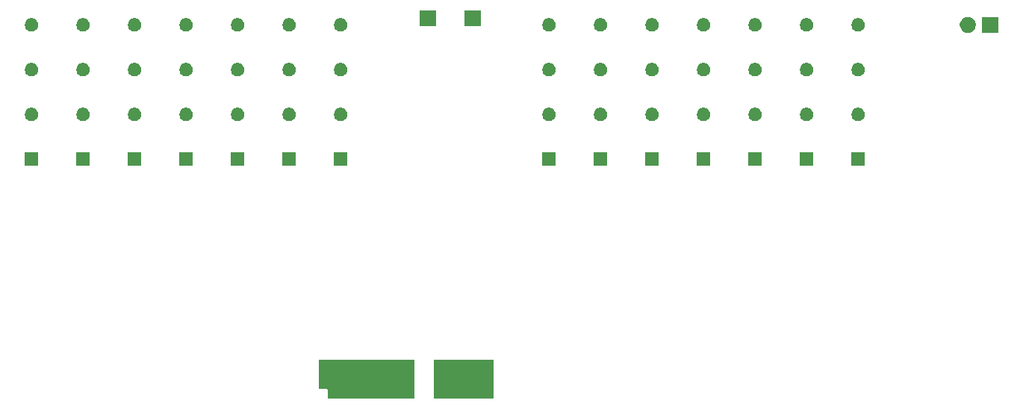
<source format=gbr>
G04 #@! TF.GenerationSoftware,KiCad,Pcbnew,(5.1.5)-3*
G04 #@! TF.CreationDate,2020-01-31T09:50:25-08:00*
G04 #@! TF.ProjectId,pin_driver,70696e5f-6472-4697-9665-722e6b696361,rev?*
G04 #@! TF.SameCoordinates,Original*
G04 #@! TF.FileFunction,Soldermask,Bot*
G04 #@! TF.FilePolarity,Negative*
%FSLAX46Y46*%
G04 Gerber Fmt 4.6, Leading zero omitted, Abs format (unit mm)*
G04 Created by KiCad (PCBNEW (5.1.5)-3) date 2020-01-31 09:50:25*
%MOMM*%
%LPD*%
G04 APERTURE LIST*
%ADD10C,0.100000*%
G04 APERTURE END LIST*
D10*
G36*
X116401000Y-165101000D02*
G01*
X109599000Y-165101000D01*
X109599000Y-160699000D01*
X116401000Y-160699000D01*
X116401000Y-165101000D01*
G37*
G36*
X107401000Y-165101000D02*
G01*
X97599000Y-165101000D01*
X97599000Y-164125999D01*
X97596598Y-164101613D01*
X97589485Y-164078164D01*
X97577934Y-164056553D01*
X97562389Y-164037611D01*
X97543447Y-164022066D01*
X97521836Y-164010515D01*
X97498387Y-164003402D01*
X97474001Y-164001000D01*
X96599000Y-164001000D01*
X96599000Y-160699000D01*
X107401000Y-160699000D01*
X107401000Y-165101000D01*
G37*
G36*
X146801000Y-138673000D02*
G01*
X145299000Y-138673000D01*
X145299000Y-137171000D01*
X146801000Y-137171000D01*
X146801000Y-138673000D01*
G37*
G36*
X123433000Y-138673000D02*
G01*
X121931000Y-138673000D01*
X121931000Y-137171000D01*
X123433000Y-137171000D01*
X123433000Y-138673000D01*
G37*
G36*
X129275000Y-138673000D02*
G01*
X127773000Y-138673000D01*
X127773000Y-137171000D01*
X129275000Y-137171000D01*
X129275000Y-138673000D01*
G37*
G36*
X135117000Y-138673000D02*
G01*
X133615000Y-138673000D01*
X133615000Y-137171000D01*
X135117000Y-137171000D01*
X135117000Y-138673000D01*
G37*
G36*
X140959000Y-138673000D02*
G01*
X139457000Y-138673000D01*
X139457000Y-137171000D01*
X140959000Y-137171000D01*
X140959000Y-138673000D01*
G37*
G36*
X152643000Y-138673000D02*
G01*
X151141000Y-138673000D01*
X151141000Y-137171000D01*
X152643000Y-137171000D01*
X152643000Y-138673000D01*
G37*
G36*
X64759000Y-138673000D02*
G01*
X63257000Y-138673000D01*
X63257000Y-137171000D01*
X64759000Y-137171000D01*
X64759000Y-138673000D01*
G37*
G36*
X70601000Y-138673000D02*
G01*
X69099000Y-138673000D01*
X69099000Y-137171000D01*
X70601000Y-137171000D01*
X70601000Y-138673000D01*
G37*
G36*
X76443000Y-138673000D02*
G01*
X74941000Y-138673000D01*
X74941000Y-137171000D01*
X76443000Y-137171000D01*
X76443000Y-138673000D01*
G37*
G36*
X82285000Y-138673000D02*
G01*
X80783000Y-138673000D01*
X80783000Y-137171000D01*
X82285000Y-137171000D01*
X82285000Y-138673000D01*
G37*
G36*
X88127000Y-138673000D02*
G01*
X86625000Y-138673000D01*
X86625000Y-137171000D01*
X88127000Y-137171000D01*
X88127000Y-138673000D01*
G37*
G36*
X93969000Y-138673000D02*
G01*
X92467000Y-138673000D01*
X92467000Y-137171000D01*
X93969000Y-137171000D01*
X93969000Y-138673000D01*
G37*
G36*
X99811000Y-138673000D02*
G01*
X98309000Y-138673000D01*
X98309000Y-137171000D01*
X99811000Y-137171000D01*
X99811000Y-138673000D01*
G37*
G36*
X158485000Y-138673000D02*
G01*
X156983000Y-138673000D01*
X156983000Y-137171000D01*
X158485000Y-137171000D01*
X158485000Y-138673000D01*
G37*
G36*
X81753059Y-132119860D02*
G01*
X81889732Y-132176472D01*
X82012735Y-132258660D01*
X82117340Y-132363265D01*
X82199528Y-132486268D01*
X82256140Y-132622941D01*
X82285000Y-132768033D01*
X82285000Y-132915967D01*
X82256140Y-133061059D01*
X82199528Y-133197732D01*
X82117340Y-133320735D01*
X82012735Y-133425340D01*
X81889732Y-133507528D01*
X81889731Y-133507529D01*
X81889730Y-133507529D01*
X81753059Y-133564140D01*
X81607968Y-133593000D01*
X81460032Y-133593000D01*
X81314941Y-133564140D01*
X81178270Y-133507529D01*
X81178269Y-133507529D01*
X81178268Y-133507528D01*
X81055265Y-133425340D01*
X80950660Y-133320735D01*
X80868472Y-133197732D01*
X80811860Y-133061059D01*
X80783000Y-132915967D01*
X80783000Y-132768033D01*
X80811860Y-132622941D01*
X80868472Y-132486268D01*
X80950660Y-132363265D01*
X81055265Y-132258660D01*
X81178268Y-132176472D01*
X81314941Y-132119860D01*
X81460032Y-132091000D01*
X81607968Y-132091000D01*
X81753059Y-132119860D01*
G37*
G36*
X122901059Y-132119860D02*
G01*
X123037732Y-132176472D01*
X123160735Y-132258660D01*
X123265340Y-132363265D01*
X123347528Y-132486268D01*
X123404140Y-132622941D01*
X123433000Y-132768033D01*
X123433000Y-132915967D01*
X123404140Y-133061059D01*
X123347528Y-133197732D01*
X123265340Y-133320735D01*
X123160735Y-133425340D01*
X123037732Y-133507528D01*
X123037731Y-133507529D01*
X123037730Y-133507529D01*
X122901059Y-133564140D01*
X122755968Y-133593000D01*
X122608032Y-133593000D01*
X122462941Y-133564140D01*
X122326270Y-133507529D01*
X122326269Y-133507529D01*
X122326268Y-133507528D01*
X122203265Y-133425340D01*
X122098660Y-133320735D01*
X122016472Y-133197732D01*
X121959860Y-133061059D01*
X121931000Y-132915967D01*
X121931000Y-132768033D01*
X121959860Y-132622941D01*
X122016472Y-132486268D01*
X122098660Y-132363265D01*
X122203265Y-132258660D01*
X122326268Y-132176472D01*
X122462941Y-132119860D01*
X122608032Y-132091000D01*
X122755968Y-132091000D01*
X122901059Y-132119860D01*
G37*
G36*
X134585059Y-132119860D02*
G01*
X134721732Y-132176472D01*
X134844735Y-132258660D01*
X134949340Y-132363265D01*
X135031528Y-132486268D01*
X135088140Y-132622941D01*
X135117000Y-132768033D01*
X135117000Y-132915967D01*
X135088140Y-133061059D01*
X135031528Y-133197732D01*
X134949340Y-133320735D01*
X134844735Y-133425340D01*
X134721732Y-133507528D01*
X134721731Y-133507529D01*
X134721730Y-133507529D01*
X134585059Y-133564140D01*
X134439968Y-133593000D01*
X134292032Y-133593000D01*
X134146941Y-133564140D01*
X134010270Y-133507529D01*
X134010269Y-133507529D01*
X134010268Y-133507528D01*
X133887265Y-133425340D01*
X133782660Y-133320735D01*
X133700472Y-133197732D01*
X133643860Y-133061059D01*
X133615000Y-132915967D01*
X133615000Y-132768033D01*
X133643860Y-132622941D01*
X133700472Y-132486268D01*
X133782660Y-132363265D01*
X133887265Y-132258660D01*
X134010268Y-132176472D01*
X134146941Y-132119860D01*
X134292032Y-132091000D01*
X134439968Y-132091000D01*
X134585059Y-132119860D01*
G37*
G36*
X140427059Y-132119860D02*
G01*
X140563732Y-132176472D01*
X140686735Y-132258660D01*
X140791340Y-132363265D01*
X140873528Y-132486268D01*
X140930140Y-132622941D01*
X140959000Y-132768033D01*
X140959000Y-132915967D01*
X140930140Y-133061059D01*
X140873528Y-133197732D01*
X140791340Y-133320735D01*
X140686735Y-133425340D01*
X140563732Y-133507528D01*
X140563731Y-133507529D01*
X140563730Y-133507529D01*
X140427059Y-133564140D01*
X140281968Y-133593000D01*
X140134032Y-133593000D01*
X139988941Y-133564140D01*
X139852270Y-133507529D01*
X139852269Y-133507529D01*
X139852268Y-133507528D01*
X139729265Y-133425340D01*
X139624660Y-133320735D01*
X139542472Y-133197732D01*
X139485860Y-133061059D01*
X139457000Y-132915967D01*
X139457000Y-132768033D01*
X139485860Y-132622941D01*
X139542472Y-132486268D01*
X139624660Y-132363265D01*
X139729265Y-132258660D01*
X139852268Y-132176472D01*
X139988941Y-132119860D01*
X140134032Y-132091000D01*
X140281968Y-132091000D01*
X140427059Y-132119860D01*
G37*
G36*
X146269059Y-132119860D02*
G01*
X146405732Y-132176472D01*
X146528735Y-132258660D01*
X146633340Y-132363265D01*
X146715528Y-132486268D01*
X146772140Y-132622941D01*
X146801000Y-132768033D01*
X146801000Y-132915967D01*
X146772140Y-133061059D01*
X146715528Y-133197732D01*
X146633340Y-133320735D01*
X146528735Y-133425340D01*
X146405732Y-133507528D01*
X146405731Y-133507529D01*
X146405730Y-133507529D01*
X146269059Y-133564140D01*
X146123968Y-133593000D01*
X145976032Y-133593000D01*
X145830941Y-133564140D01*
X145694270Y-133507529D01*
X145694269Y-133507529D01*
X145694268Y-133507528D01*
X145571265Y-133425340D01*
X145466660Y-133320735D01*
X145384472Y-133197732D01*
X145327860Y-133061059D01*
X145299000Y-132915967D01*
X145299000Y-132768033D01*
X145327860Y-132622941D01*
X145384472Y-132486268D01*
X145466660Y-132363265D01*
X145571265Y-132258660D01*
X145694268Y-132176472D01*
X145830941Y-132119860D01*
X145976032Y-132091000D01*
X146123968Y-132091000D01*
X146269059Y-132119860D01*
G37*
G36*
X152111059Y-132119860D02*
G01*
X152247732Y-132176472D01*
X152370735Y-132258660D01*
X152475340Y-132363265D01*
X152557528Y-132486268D01*
X152614140Y-132622941D01*
X152643000Y-132768033D01*
X152643000Y-132915967D01*
X152614140Y-133061059D01*
X152557528Y-133197732D01*
X152475340Y-133320735D01*
X152370735Y-133425340D01*
X152247732Y-133507528D01*
X152247731Y-133507529D01*
X152247730Y-133507529D01*
X152111059Y-133564140D01*
X151965968Y-133593000D01*
X151818032Y-133593000D01*
X151672941Y-133564140D01*
X151536270Y-133507529D01*
X151536269Y-133507529D01*
X151536268Y-133507528D01*
X151413265Y-133425340D01*
X151308660Y-133320735D01*
X151226472Y-133197732D01*
X151169860Y-133061059D01*
X151141000Y-132915967D01*
X151141000Y-132768033D01*
X151169860Y-132622941D01*
X151226472Y-132486268D01*
X151308660Y-132363265D01*
X151413265Y-132258660D01*
X151536268Y-132176472D01*
X151672941Y-132119860D01*
X151818032Y-132091000D01*
X151965968Y-132091000D01*
X152111059Y-132119860D01*
G37*
G36*
X64227059Y-132119860D02*
G01*
X64363732Y-132176472D01*
X64486735Y-132258660D01*
X64591340Y-132363265D01*
X64673528Y-132486268D01*
X64730140Y-132622941D01*
X64759000Y-132768033D01*
X64759000Y-132915967D01*
X64730140Y-133061059D01*
X64673528Y-133197732D01*
X64591340Y-133320735D01*
X64486735Y-133425340D01*
X64363732Y-133507528D01*
X64363731Y-133507529D01*
X64363730Y-133507529D01*
X64227059Y-133564140D01*
X64081968Y-133593000D01*
X63934032Y-133593000D01*
X63788941Y-133564140D01*
X63652270Y-133507529D01*
X63652269Y-133507529D01*
X63652268Y-133507528D01*
X63529265Y-133425340D01*
X63424660Y-133320735D01*
X63342472Y-133197732D01*
X63285860Y-133061059D01*
X63257000Y-132915967D01*
X63257000Y-132768033D01*
X63285860Y-132622941D01*
X63342472Y-132486268D01*
X63424660Y-132363265D01*
X63529265Y-132258660D01*
X63652268Y-132176472D01*
X63788941Y-132119860D01*
X63934032Y-132091000D01*
X64081968Y-132091000D01*
X64227059Y-132119860D01*
G37*
G36*
X70069059Y-132119860D02*
G01*
X70205732Y-132176472D01*
X70328735Y-132258660D01*
X70433340Y-132363265D01*
X70515528Y-132486268D01*
X70572140Y-132622941D01*
X70601000Y-132768033D01*
X70601000Y-132915967D01*
X70572140Y-133061059D01*
X70515528Y-133197732D01*
X70433340Y-133320735D01*
X70328735Y-133425340D01*
X70205732Y-133507528D01*
X70205731Y-133507529D01*
X70205730Y-133507529D01*
X70069059Y-133564140D01*
X69923968Y-133593000D01*
X69776032Y-133593000D01*
X69630941Y-133564140D01*
X69494270Y-133507529D01*
X69494269Y-133507529D01*
X69494268Y-133507528D01*
X69371265Y-133425340D01*
X69266660Y-133320735D01*
X69184472Y-133197732D01*
X69127860Y-133061059D01*
X69099000Y-132915967D01*
X69099000Y-132768033D01*
X69127860Y-132622941D01*
X69184472Y-132486268D01*
X69266660Y-132363265D01*
X69371265Y-132258660D01*
X69494268Y-132176472D01*
X69630941Y-132119860D01*
X69776032Y-132091000D01*
X69923968Y-132091000D01*
X70069059Y-132119860D01*
G37*
G36*
X128743059Y-132119860D02*
G01*
X128879732Y-132176472D01*
X129002735Y-132258660D01*
X129107340Y-132363265D01*
X129189528Y-132486268D01*
X129246140Y-132622941D01*
X129275000Y-132768033D01*
X129275000Y-132915967D01*
X129246140Y-133061059D01*
X129189528Y-133197732D01*
X129107340Y-133320735D01*
X129002735Y-133425340D01*
X128879732Y-133507528D01*
X128879731Y-133507529D01*
X128879730Y-133507529D01*
X128743059Y-133564140D01*
X128597968Y-133593000D01*
X128450032Y-133593000D01*
X128304941Y-133564140D01*
X128168270Y-133507529D01*
X128168269Y-133507529D01*
X128168268Y-133507528D01*
X128045265Y-133425340D01*
X127940660Y-133320735D01*
X127858472Y-133197732D01*
X127801860Y-133061059D01*
X127773000Y-132915967D01*
X127773000Y-132768033D01*
X127801860Y-132622941D01*
X127858472Y-132486268D01*
X127940660Y-132363265D01*
X128045265Y-132258660D01*
X128168268Y-132176472D01*
X128304941Y-132119860D01*
X128450032Y-132091000D01*
X128597968Y-132091000D01*
X128743059Y-132119860D01*
G37*
G36*
X99279059Y-132119860D02*
G01*
X99415732Y-132176472D01*
X99538735Y-132258660D01*
X99643340Y-132363265D01*
X99725528Y-132486268D01*
X99782140Y-132622941D01*
X99811000Y-132768033D01*
X99811000Y-132915967D01*
X99782140Y-133061059D01*
X99725528Y-133197732D01*
X99643340Y-133320735D01*
X99538735Y-133425340D01*
X99415732Y-133507528D01*
X99415731Y-133507529D01*
X99415730Y-133507529D01*
X99279059Y-133564140D01*
X99133968Y-133593000D01*
X98986032Y-133593000D01*
X98840941Y-133564140D01*
X98704270Y-133507529D01*
X98704269Y-133507529D01*
X98704268Y-133507528D01*
X98581265Y-133425340D01*
X98476660Y-133320735D01*
X98394472Y-133197732D01*
X98337860Y-133061059D01*
X98309000Y-132915967D01*
X98309000Y-132768033D01*
X98337860Y-132622941D01*
X98394472Y-132486268D01*
X98476660Y-132363265D01*
X98581265Y-132258660D01*
X98704268Y-132176472D01*
X98840941Y-132119860D01*
X98986032Y-132091000D01*
X99133968Y-132091000D01*
X99279059Y-132119860D01*
G37*
G36*
X75911059Y-132119860D02*
G01*
X76047732Y-132176472D01*
X76170735Y-132258660D01*
X76275340Y-132363265D01*
X76357528Y-132486268D01*
X76414140Y-132622941D01*
X76443000Y-132768033D01*
X76443000Y-132915967D01*
X76414140Y-133061059D01*
X76357528Y-133197732D01*
X76275340Y-133320735D01*
X76170735Y-133425340D01*
X76047732Y-133507528D01*
X76047731Y-133507529D01*
X76047730Y-133507529D01*
X75911059Y-133564140D01*
X75765968Y-133593000D01*
X75618032Y-133593000D01*
X75472941Y-133564140D01*
X75336270Y-133507529D01*
X75336269Y-133507529D01*
X75336268Y-133507528D01*
X75213265Y-133425340D01*
X75108660Y-133320735D01*
X75026472Y-133197732D01*
X74969860Y-133061059D01*
X74941000Y-132915967D01*
X74941000Y-132768033D01*
X74969860Y-132622941D01*
X75026472Y-132486268D01*
X75108660Y-132363265D01*
X75213265Y-132258660D01*
X75336268Y-132176472D01*
X75472941Y-132119860D01*
X75618032Y-132091000D01*
X75765968Y-132091000D01*
X75911059Y-132119860D01*
G37*
G36*
X93437059Y-132119860D02*
G01*
X93573732Y-132176472D01*
X93696735Y-132258660D01*
X93801340Y-132363265D01*
X93883528Y-132486268D01*
X93940140Y-132622941D01*
X93969000Y-132768033D01*
X93969000Y-132915967D01*
X93940140Y-133061059D01*
X93883528Y-133197732D01*
X93801340Y-133320735D01*
X93696735Y-133425340D01*
X93573732Y-133507528D01*
X93573731Y-133507529D01*
X93573730Y-133507529D01*
X93437059Y-133564140D01*
X93291968Y-133593000D01*
X93144032Y-133593000D01*
X92998941Y-133564140D01*
X92862270Y-133507529D01*
X92862269Y-133507529D01*
X92862268Y-133507528D01*
X92739265Y-133425340D01*
X92634660Y-133320735D01*
X92552472Y-133197732D01*
X92495860Y-133061059D01*
X92467000Y-132915967D01*
X92467000Y-132768033D01*
X92495860Y-132622941D01*
X92552472Y-132486268D01*
X92634660Y-132363265D01*
X92739265Y-132258660D01*
X92862268Y-132176472D01*
X92998941Y-132119860D01*
X93144032Y-132091000D01*
X93291968Y-132091000D01*
X93437059Y-132119860D01*
G37*
G36*
X157953059Y-132119860D02*
G01*
X158089732Y-132176472D01*
X158212735Y-132258660D01*
X158317340Y-132363265D01*
X158399528Y-132486268D01*
X158456140Y-132622941D01*
X158485000Y-132768033D01*
X158485000Y-132915967D01*
X158456140Y-133061059D01*
X158399528Y-133197732D01*
X158317340Y-133320735D01*
X158212735Y-133425340D01*
X158089732Y-133507528D01*
X158089731Y-133507529D01*
X158089730Y-133507529D01*
X157953059Y-133564140D01*
X157807968Y-133593000D01*
X157660032Y-133593000D01*
X157514941Y-133564140D01*
X157378270Y-133507529D01*
X157378269Y-133507529D01*
X157378268Y-133507528D01*
X157255265Y-133425340D01*
X157150660Y-133320735D01*
X157068472Y-133197732D01*
X157011860Y-133061059D01*
X156983000Y-132915967D01*
X156983000Y-132768033D01*
X157011860Y-132622941D01*
X157068472Y-132486268D01*
X157150660Y-132363265D01*
X157255265Y-132258660D01*
X157378268Y-132176472D01*
X157514941Y-132119860D01*
X157660032Y-132091000D01*
X157807968Y-132091000D01*
X157953059Y-132119860D01*
G37*
G36*
X87595059Y-132119860D02*
G01*
X87731732Y-132176472D01*
X87854735Y-132258660D01*
X87959340Y-132363265D01*
X88041528Y-132486268D01*
X88098140Y-132622941D01*
X88127000Y-132768033D01*
X88127000Y-132915967D01*
X88098140Y-133061059D01*
X88041528Y-133197732D01*
X87959340Y-133320735D01*
X87854735Y-133425340D01*
X87731732Y-133507528D01*
X87731731Y-133507529D01*
X87731730Y-133507529D01*
X87595059Y-133564140D01*
X87449968Y-133593000D01*
X87302032Y-133593000D01*
X87156941Y-133564140D01*
X87020270Y-133507529D01*
X87020269Y-133507529D01*
X87020268Y-133507528D01*
X86897265Y-133425340D01*
X86792660Y-133320735D01*
X86710472Y-133197732D01*
X86653860Y-133061059D01*
X86625000Y-132915967D01*
X86625000Y-132768033D01*
X86653860Y-132622941D01*
X86710472Y-132486268D01*
X86792660Y-132363265D01*
X86897265Y-132258660D01*
X87020268Y-132176472D01*
X87156941Y-132119860D01*
X87302032Y-132091000D01*
X87449968Y-132091000D01*
X87595059Y-132119860D01*
G37*
G36*
X152111059Y-127039860D02*
G01*
X152247732Y-127096472D01*
X152370735Y-127178660D01*
X152475340Y-127283265D01*
X152557528Y-127406268D01*
X152614140Y-127542941D01*
X152643000Y-127688033D01*
X152643000Y-127835967D01*
X152614140Y-127981059D01*
X152557528Y-128117732D01*
X152475340Y-128240735D01*
X152370735Y-128345340D01*
X152247732Y-128427528D01*
X152247731Y-128427529D01*
X152247730Y-128427529D01*
X152111059Y-128484140D01*
X151965968Y-128513000D01*
X151818032Y-128513000D01*
X151672941Y-128484140D01*
X151536270Y-128427529D01*
X151536269Y-128427529D01*
X151536268Y-128427528D01*
X151413265Y-128345340D01*
X151308660Y-128240735D01*
X151226472Y-128117732D01*
X151169860Y-127981059D01*
X151141000Y-127835967D01*
X151141000Y-127688033D01*
X151169860Y-127542941D01*
X151226472Y-127406268D01*
X151308660Y-127283265D01*
X151413265Y-127178660D01*
X151536268Y-127096472D01*
X151672941Y-127039860D01*
X151818032Y-127011000D01*
X151965968Y-127011000D01*
X152111059Y-127039860D01*
G37*
G36*
X157953059Y-127039860D02*
G01*
X158089732Y-127096472D01*
X158212735Y-127178660D01*
X158317340Y-127283265D01*
X158399528Y-127406268D01*
X158456140Y-127542941D01*
X158485000Y-127688033D01*
X158485000Y-127835967D01*
X158456140Y-127981059D01*
X158399528Y-128117732D01*
X158317340Y-128240735D01*
X158212735Y-128345340D01*
X158089732Y-128427528D01*
X158089731Y-128427529D01*
X158089730Y-128427529D01*
X157953059Y-128484140D01*
X157807968Y-128513000D01*
X157660032Y-128513000D01*
X157514941Y-128484140D01*
X157378270Y-128427529D01*
X157378269Y-128427529D01*
X157378268Y-128427528D01*
X157255265Y-128345340D01*
X157150660Y-128240735D01*
X157068472Y-128117732D01*
X157011860Y-127981059D01*
X156983000Y-127835967D01*
X156983000Y-127688033D01*
X157011860Y-127542941D01*
X157068472Y-127406268D01*
X157150660Y-127283265D01*
X157255265Y-127178660D01*
X157378268Y-127096472D01*
X157514941Y-127039860D01*
X157660032Y-127011000D01*
X157807968Y-127011000D01*
X157953059Y-127039860D01*
G37*
G36*
X93437059Y-127039860D02*
G01*
X93573732Y-127096472D01*
X93696735Y-127178660D01*
X93801340Y-127283265D01*
X93883528Y-127406268D01*
X93940140Y-127542941D01*
X93969000Y-127688033D01*
X93969000Y-127835967D01*
X93940140Y-127981059D01*
X93883528Y-128117732D01*
X93801340Y-128240735D01*
X93696735Y-128345340D01*
X93573732Y-128427528D01*
X93573731Y-128427529D01*
X93573730Y-128427529D01*
X93437059Y-128484140D01*
X93291968Y-128513000D01*
X93144032Y-128513000D01*
X92998941Y-128484140D01*
X92862270Y-128427529D01*
X92862269Y-128427529D01*
X92862268Y-128427528D01*
X92739265Y-128345340D01*
X92634660Y-128240735D01*
X92552472Y-128117732D01*
X92495860Y-127981059D01*
X92467000Y-127835967D01*
X92467000Y-127688033D01*
X92495860Y-127542941D01*
X92552472Y-127406268D01*
X92634660Y-127283265D01*
X92739265Y-127178660D01*
X92862268Y-127096472D01*
X92998941Y-127039860D01*
X93144032Y-127011000D01*
X93291968Y-127011000D01*
X93437059Y-127039860D01*
G37*
G36*
X122901059Y-127039860D02*
G01*
X123037732Y-127096472D01*
X123160735Y-127178660D01*
X123265340Y-127283265D01*
X123347528Y-127406268D01*
X123404140Y-127542941D01*
X123433000Y-127688033D01*
X123433000Y-127835967D01*
X123404140Y-127981059D01*
X123347528Y-128117732D01*
X123265340Y-128240735D01*
X123160735Y-128345340D01*
X123037732Y-128427528D01*
X123037731Y-128427529D01*
X123037730Y-128427529D01*
X122901059Y-128484140D01*
X122755968Y-128513000D01*
X122608032Y-128513000D01*
X122462941Y-128484140D01*
X122326270Y-128427529D01*
X122326269Y-128427529D01*
X122326268Y-128427528D01*
X122203265Y-128345340D01*
X122098660Y-128240735D01*
X122016472Y-128117732D01*
X121959860Y-127981059D01*
X121931000Y-127835967D01*
X121931000Y-127688033D01*
X121959860Y-127542941D01*
X122016472Y-127406268D01*
X122098660Y-127283265D01*
X122203265Y-127178660D01*
X122326268Y-127096472D01*
X122462941Y-127039860D01*
X122608032Y-127011000D01*
X122755968Y-127011000D01*
X122901059Y-127039860D01*
G37*
G36*
X99279059Y-127039860D02*
G01*
X99415732Y-127096472D01*
X99538735Y-127178660D01*
X99643340Y-127283265D01*
X99725528Y-127406268D01*
X99782140Y-127542941D01*
X99811000Y-127688033D01*
X99811000Y-127835967D01*
X99782140Y-127981059D01*
X99725528Y-128117732D01*
X99643340Y-128240735D01*
X99538735Y-128345340D01*
X99415732Y-128427528D01*
X99415731Y-128427529D01*
X99415730Y-128427529D01*
X99279059Y-128484140D01*
X99133968Y-128513000D01*
X98986032Y-128513000D01*
X98840941Y-128484140D01*
X98704270Y-128427529D01*
X98704269Y-128427529D01*
X98704268Y-128427528D01*
X98581265Y-128345340D01*
X98476660Y-128240735D01*
X98394472Y-128117732D01*
X98337860Y-127981059D01*
X98309000Y-127835967D01*
X98309000Y-127688033D01*
X98337860Y-127542941D01*
X98394472Y-127406268D01*
X98476660Y-127283265D01*
X98581265Y-127178660D01*
X98704268Y-127096472D01*
X98840941Y-127039860D01*
X98986032Y-127011000D01*
X99133968Y-127011000D01*
X99279059Y-127039860D01*
G37*
G36*
X146269059Y-127039860D02*
G01*
X146405732Y-127096472D01*
X146528735Y-127178660D01*
X146633340Y-127283265D01*
X146715528Y-127406268D01*
X146772140Y-127542941D01*
X146801000Y-127688033D01*
X146801000Y-127835967D01*
X146772140Y-127981059D01*
X146715528Y-128117732D01*
X146633340Y-128240735D01*
X146528735Y-128345340D01*
X146405732Y-128427528D01*
X146405731Y-128427529D01*
X146405730Y-128427529D01*
X146269059Y-128484140D01*
X146123968Y-128513000D01*
X145976032Y-128513000D01*
X145830941Y-128484140D01*
X145694270Y-128427529D01*
X145694269Y-128427529D01*
X145694268Y-128427528D01*
X145571265Y-128345340D01*
X145466660Y-128240735D01*
X145384472Y-128117732D01*
X145327860Y-127981059D01*
X145299000Y-127835967D01*
X145299000Y-127688033D01*
X145327860Y-127542941D01*
X145384472Y-127406268D01*
X145466660Y-127283265D01*
X145571265Y-127178660D01*
X145694268Y-127096472D01*
X145830941Y-127039860D01*
X145976032Y-127011000D01*
X146123968Y-127011000D01*
X146269059Y-127039860D01*
G37*
G36*
X140427059Y-127039860D02*
G01*
X140563732Y-127096472D01*
X140686735Y-127178660D01*
X140791340Y-127283265D01*
X140873528Y-127406268D01*
X140930140Y-127542941D01*
X140959000Y-127688033D01*
X140959000Y-127835967D01*
X140930140Y-127981059D01*
X140873528Y-128117732D01*
X140791340Y-128240735D01*
X140686735Y-128345340D01*
X140563732Y-128427528D01*
X140563731Y-128427529D01*
X140563730Y-128427529D01*
X140427059Y-128484140D01*
X140281968Y-128513000D01*
X140134032Y-128513000D01*
X139988941Y-128484140D01*
X139852270Y-128427529D01*
X139852269Y-128427529D01*
X139852268Y-128427528D01*
X139729265Y-128345340D01*
X139624660Y-128240735D01*
X139542472Y-128117732D01*
X139485860Y-127981059D01*
X139457000Y-127835967D01*
X139457000Y-127688033D01*
X139485860Y-127542941D01*
X139542472Y-127406268D01*
X139624660Y-127283265D01*
X139729265Y-127178660D01*
X139852268Y-127096472D01*
X139988941Y-127039860D01*
X140134032Y-127011000D01*
X140281968Y-127011000D01*
X140427059Y-127039860D01*
G37*
G36*
X134585059Y-127039860D02*
G01*
X134721732Y-127096472D01*
X134844735Y-127178660D01*
X134949340Y-127283265D01*
X135031528Y-127406268D01*
X135088140Y-127542941D01*
X135117000Y-127688033D01*
X135117000Y-127835967D01*
X135088140Y-127981059D01*
X135031528Y-128117732D01*
X134949340Y-128240735D01*
X134844735Y-128345340D01*
X134721732Y-128427528D01*
X134721731Y-128427529D01*
X134721730Y-128427529D01*
X134585059Y-128484140D01*
X134439968Y-128513000D01*
X134292032Y-128513000D01*
X134146941Y-128484140D01*
X134010270Y-128427529D01*
X134010269Y-128427529D01*
X134010268Y-128427528D01*
X133887265Y-128345340D01*
X133782660Y-128240735D01*
X133700472Y-128117732D01*
X133643860Y-127981059D01*
X133615000Y-127835967D01*
X133615000Y-127688033D01*
X133643860Y-127542941D01*
X133700472Y-127406268D01*
X133782660Y-127283265D01*
X133887265Y-127178660D01*
X134010268Y-127096472D01*
X134146941Y-127039860D01*
X134292032Y-127011000D01*
X134439968Y-127011000D01*
X134585059Y-127039860D01*
G37*
G36*
X70069059Y-127039860D02*
G01*
X70205732Y-127096472D01*
X70328735Y-127178660D01*
X70433340Y-127283265D01*
X70515528Y-127406268D01*
X70572140Y-127542941D01*
X70601000Y-127688033D01*
X70601000Y-127835967D01*
X70572140Y-127981059D01*
X70515528Y-128117732D01*
X70433340Y-128240735D01*
X70328735Y-128345340D01*
X70205732Y-128427528D01*
X70205731Y-128427529D01*
X70205730Y-128427529D01*
X70069059Y-128484140D01*
X69923968Y-128513000D01*
X69776032Y-128513000D01*
X69630941Y-128484140D01*
X69494270Y-128427529D01*
X69494269Y-128427529D01*
X69494268Y-128427528D01*
X69371265Y-128345340D01*
X69266660Y-128240735D01*
X69184472Y-128117732D01*
X69127860Y-127981059D01*
X69099000Y-127835967D01*
X69099000Y-127688033D01*
X69127860Y-127542941D01*
X69184472Y-127406268D01*
X69266660Y-127283265D01*
X69371265Y-127178660D01*
X69494268Y-127096472D01*
X69630941Y-127039860D01*
X69776032Y-127011000D01*
X69923968Y-127011000D01*
X70069059Y-127039860D01*
G37*
G36*
X75911059Y-127039860D02*
G01*
X76047732Y-127096472D01*
X76170735Y-127178660D01*
X76275340Y-127283265D01*
X76357528Y-127406268D01*
X76414140Y-127542941D01*
X76443000Y-127688033D01*
X76443000Y-127835967D01*
X76414140Y-127981059D01*
X76357528Y-128117732D01*
X76275340Y-128240735D01*
X76170735Y-128345340D01*
X76047732Y-128427528D01*
X76047731Y-128427529D01*
X76047730Y-128427529D01*
X75911059Y-128484140D01*
X75765968Y-128513000D01*
X75618032Y-128513000D01*
X75472941Y-128484140D01*
X75336270Y-128427529D01*
X75336269Y-128427529D01*
X75336268Y-128427528D01*
X75213265Y-128345340D01*
X75108660Y-128240735D01*
X75026472Y-128117732D01*
X74969860Y-127981059D01*
X74941000Y-127835967D01*
X74941000Y-127688033D01*
X74969860Y-127542941D01*
X75026472Y-127406268D01*
X75108660Y-127283265D01*
X75213265Y-127178660D01*
X75336268Y-127096472D01*
X75472941Y-127039860D01*
X75618032Y-127011000D01*
X75765968Y-127011000D01*
X75911059Y-127039860D01*
G37*
G36*
X128743059Y-127039860D02*
G01*
X128879732Y-127096472D01*
X129002735Y-127178660D01*
X129107340Y-127283265D01*
X129189528Y-127406268D01*
X129246140Y-127542941D01*
X129275000Y-127688033D01*
X129275000Y-127835967D01*
X129246140Y-127981059D01*
X129189528Y-128117732D01*
X129107340Y-128240735D01*
X129002735Y-128345340D01*
X128879732Y-128427528D01*
X128879731Y-128427529D01*
X128879730Y-128427529D01*
X128743059Y-128484140D01*
X128597968Y-128513000D01*
X128450032Y-128513000D01*
X128304941Y-128484140D01*
X128168270Y-128427529D01*
X128168269Y-128427529D01*
X128168268Y-128427528D01*
X128045265Y-128345340D01*
X127940660Y-128240735D01*
X127858472Y-128117732D01*
X127801860Y-127981059D01*
X127773000Y-127835967D01*
X127773000Y-127688033D01*
X127801860Y-127542941D01*
X127858472Y-127406268D01*
X127940660Y-127283265D01*
X128045265Y-127178660D01*
X128168268Y-127096472D01*
X128304941Y-127039860D01*
X128450032Y-127011000D01*
X128597968Y-127011000D01*
X128743059Y-127039860D01*
G37*
G36*
X81753059Y-127039860D02*
G01*
X81889732Y-127096472D01*
X82012735Y-127178660D01*
X82117340Y-127283265D01*
X82199528Y-127406268D01*
X82256140Y-127542941D01*
X82285000Y-127688033D01*
X82285000Y-127835967D01*
X82256140Y-127981059D01*
X82199528Y-128117732D01*
X82117340Y-128240735D01*
X82012735Y-128345340D01*
X81889732Y-128427528D01*
X81889731Y-128427529D01*
X81889730Y-128427529D01*
X81753059Y-128484140D01*
X81607968Y-128513000D01*
X81460032Y-128513000D01*
X81314941Y-128484140D01*
X81178270Y-128427529D01*
X81178269Y-128427529D01*
X81178268Y-128427528D01*
X81055265Y-128345340D01*
X80950660Y-128240735D01*
X80868472Y-128117732D01*
X80811860Y-127981059D01*
X80783000Y-127835967D01*
X80783000Y-127688033D01*
X80811860Y-127542941D01*
X80868472Y-127406268D01*
X80950660Y-127283265D01*
X81055265Y-127178660D01*
X81178268Y-127096472D01*
X81314941Y-127039860D01*
X81460032Y-127011000D01*
X81607968Y-127011000D01*
X81753059Y-127039860D01*
G37*
G36*
X87595059Y-127039860D02*
G01*
X87731732Y-127096472D01*
X87854735Y-127178660D01*
X87959340Y-127283265D01*
X88041528Y-127406268D01*
X88098140Y-127542941D01*
X88127000Y-127688033D01*
X88127000Y-127835967D01*
X88098140Y-127981059D01*
X88041528Y-128117732D01*
X87959340Y-128240735D01*
X87854735Y-128345340D01*
X87731732Y-128427528D01*
X87731731Y-128427529D01*
X87731730Y-128427529D01*
X87595059Y-128484140D01*
X87449968Y-128513000D01*
X87302032Y-128513000D01*
X87156941Y-128484140D01*
X87020270Y-128427529D01*
X87020269Y-128427529D01*
X87020268Y-128427528D01*
X86897265Y-128345340D01*
X86792660Y-128240735D01*
X86710472Y-128117732D01*
X86653860Y-127981059D01*
X86625000Y-127835967D01*
X86625000Y-127688033D01*
X86653860Y-127542941D01*
X86710472Y-127406268D01*
X86792660Y-127283265D01*
X86897265Y-127178660D01*
X87020268Y-127096472D01*
X87156941Y-127039860D01*
X87302032Y-127011000D01*
X87449968Y-127011000D01*
X87595059Y-127039860D01*
G37*
G36*
X64227059Y-127039860D02*
G01*
X64363732Y-127096472D01*
X64486735Y-127178660D01*
X64591340Y-127283265D01*
X64673528Y-127406268D01*
X64730140Y-127542941D01*
X64759000Y-127688033D01*
X64759000Y-127835967D01*
X64730140Y-127981059D01*
X64673528Y-128117732D01*
X64591340Y-128240735D01*
X64486735Y-128345340D01*
X64363732Y-128427528D01*
X64363731Y-128427529D01*
X64363730Y-128427529D01*
X64227059Y-128484140D01*
X64081968Y-128513000D01*
X63934032Y-128513000D01*
X63788941Y-128484140D01*
X63652270Y-128427529D01*
X63652269Y-128427529D01*
X63652268Y-128427528D01*
X63529265Y-128345340D01*
X63424660Y-128240735D01*
X63342472Y-128117732D01*
X63285860Y-127981059D01*
X63257000Y-127835967D01*
X63257000Y-127688033D01*
X63285860Y-127542941D01*
X63342472Y-127406268D01*
X63424660Y-127283265D01*
X63529265Y-127178660D01*
X63652268Y-127096472D01*
X63788941Y-127039860D01*
X63934032Y-127011000D01*
X64081968Y-127011000D01*
X64227059Y-127039860D01*
G37*
G36*
X170293512Y-121785927D02*
G01*
X170442812Y-121815624D01*
X170606784Y-121883544D01*
X170754354Y-121982147D01*
X170879853Y-122107646D01*
X170978456Y-122255216D01*
X171046376Y-122419188D01*
X171081000Y-122593259D01*
X171081000Y-122770741D01*
X171046376Y-122944812D01*
X170978456Y-123108784D01*
X170879853Y-123256354D01*
X170754354Y-123381853D01*
X170606784Y-123480456D01*
X170442812Y-123548376D01*
X170293512Y-123578073D01*
X170268742Y-123583000D01*
X170091258Y-123583000D01*
X170066488Y-123578073D01*
X169917188Y-123548376D01*
X169753216Y-123480456D01*
X169605646Y-123381853D01*
X169480147Y-123256354D01*
X169381544Y-123108784D01*
X169313624Y-122944812D01*
X169279000Y-122770741D01*
X169279000Y-122593259D01*
X169313624Y-122419188D01*
X169381544Y-122255216D01*
X169480147Y-122107646D01*
X169605646Y-121982147D01*
X169753216Y-121883544D01*
X169917188Y-121815624D01*
X170066488Y-121785927D01*
X170091258Y-121781000D01*
X170268742Y-121781000D01*
X170293512Y-121785927D01*
G37*
G36*
X173621000Y-123583000D02*
G01*
X171819000Y-123583000D01*
X171819000Y-121781000D01*
X173621000Y-121781000D01*
X173621000Y-123583000D01*
G37*
G36*
X70069059Y-121959860D02*
G01*
X70122865Y-121982147D01*
X70205732Y-122016472D01*
X70328735Y-122098660D01*
X70433340Y-122203265D01*
X70468054Y-122255218D01*
X70515529Y-122326270D01*
X70572140Y-122462941D01*
X70601000Y-122608032D01*
X70601000Y-122755968D01*
X70572140Y-122901059D01*
X70515528Y-123037732D01*
X70433340Y-123160735D01*
X70328735Y-123265340D01*
X70205732Y-123347528D01*
X70205731Y-123347529D01*
X70205730Y-123347529D01*
X70069059Y-123404140D01*
X69923968Y-123433000D01*
X69776032Y-123433000D01*
X69630941Y-123404140D01*
X69494270Y-123347529D01*
X69494269Y-123347529D01*
X69494268Y-123347528D01*
X69371265Y-123265340D01*
X69266660Y-123160735D01*
X69184472Y-123037732D01*
X69127860Y-122901059D01*
X69099000Y-122755968D01*
X69099000Y-122608032D01*
X69127860Y-122462941D01*
X69184471Y-122326270D01*
X69231946Y-122255218D01*
X69266660Y-122203265D01*
X69371265Y-122098660D01*
X69494268Y-122016472D01*
X69577136Y-121982147D01*
X69630941Y-121959860D01*
X69776032Y-121931000D01*
X69923968Y-121931000D01*
X70069059Y-121959860D01*
G37*
G36*
X128743059Y-121959860D02*
G01*
X128796865Y-121982147D01*
X128879732Y-122016472D01*
X129002735Y-122098660D01*
X129107340Y-122203265D01*
X129142054Y-122255218D01*
X129189529Y-122326270D01*
X129246140Y-122462941D01*
X129275000Y-122608032D01*
X129275000Y-122755968D01*
X129246140Y-122901059D01*
X129189528Y-123037732D01*
X129107340Y-123160735D01*
X129002735Y-123265340D01*
X128879732Y-123347528D01*
X128879731Y-123347529D01*
X128879730Y-123347529D01*
X128743059Y-123404140D01*
X128597968Y-123433000D01*
X128450032Y-123433000D01*
X128304941Y-123404140D01*
X128168270Y-123347529D01*
X128168269Y-123347529D01*
X128168268Y-123347528D01*
X128045265Y-123265340D01*
X127940660Y-123160735D01*
X127858472Y-123037732D01*
X127801860Y-122901059D01*
X127773000Y-122755968D01*
X127773000Y-122608032D01*
X127801860Y-122462941D01*
X127858471Y-122326270D01*
X127905946Y-122255218D01*
X127940660Y-122203265D01*
X128045265Y-122098660D01*
X128168268Y-122016472D01*
X128251136Y-121982147D01*
X128304941Y-121959860D01*
X128450032Y-121931000D01*
X128597968Y-121931000D01*
X128743059Y-121959860D01*
G37*
G36*
X146269059Y-121959860D02*
G01*
X146322865Y-121982147D01*
X146405732Y-122016472D01*
X146528735Y-122098660D01*
X146633340Y-122203265D01*
X146668054Y-122255218D01*
X146715529Y-122326270D01*
X146772140Y-122462941D01*
X146801000Y-122608032D01*
X146801000Y-122755968D01*
X146772140Y-122901059D01*
X146715528Y-123037732D01*
X146633340Y-123160735D01*
X146528735Y-123265340D01*
X146405732Y-123347528D01*
X146405731Y-123347529D01*
X146405730Y-123347529D01*
X146269059Y-123404140D01*
X146123968Y-123433000D01*
X145976032Y-123433000D01*
X145830941Y-123404140D01*
X145694270Y-123347529D01*
X145694269Y-123347529D01*
X145694268Y-123347528D01*
X145571265Y-123265340D01*
X145466660Y-123160735D01*
X145384472Y-123037732D01*
X145327860Y-122901059D01*
X145299000Y-122755968D01*
X145299000Y-122608032D01*
X145327860Y-122462941D01*
X145384471Y-122326270D01*
X145431946Y-122255218D01*
X145466660Y-122203265D01*
X145571265Y-122098660D01*
X145694268Y-122016472D01*
X145777136Y-121982147D01*
X145830941Y-121959860D01*
X145976032Y-121931000D01*
X146123968Y-121931000D01*
X146269059Y-121959860D01*
G37*
G36*
X152111059Y-121959860D02*
G01*
X152164865Y-121982147D01*
X152247732Y-122016472D01*
X152370735Y-122098660D01*
X152475340Y-122203265D01*
X152510054Y-122255218D01*
X152557529Y-122326270D01*
X152614140Y-122462941D01*
X152643000Y-122608032D01*
X152643000Y-122755968D01*
X152614140Y-122901059D01*
X152557528Y-123037732D01*
X152475340Y-123160735D01*
X152370735Y-123265340D01*
X152247732Y-123347528D01*
X152247731Y-123347529D01*
X152247730Y-123347529D01*
X152111059Y-123404140D01*
X151965968Y-123433000D01*
X151818032Y-123433000D01*
X151672941Y-123404140D01*
X151536270Y-123347529D01*
X151536269Y-123347529D01*
X151536268Y-123347528D01*
X151413265Y-123265340D01*
X151308660Y-123160735D01*
X151226472Y-123037732D01*
X151169860Y-122901059D01*
X151141000Y-122755968D01*
X151141000Y-122608032D01*
X151169860Y-122462941D01*
X151226471Y-122326270D01*
X151273946Y-122255218D01*
X151308660Y-122203265D01*
X151413265Y-122098660D01*
X151536268Y-122016472D01*
X151619136Y-121982147D01*
X151672941Y-121959860D01*
X151818032Y-121931000D01*
X151965968Y-121931000D01*
X152111059Y-121959860D01*
G37*
G36*
X140427059Y-121959860D02*
G01*
X140480865Y-121982147D01*
X140563732Y-122016472D01*
X140686735Y-122098660D01*
X140791340Y-122203265D01*
X140826054Y-122255218D01*
X140873529Y-122326270D01*
X140930140Y-122462941D01*
X140959000Y-122608032D01*
X140959000Y-122755968D01*
X140930140Y-122901059D01*
X140873528Y-123037732D01*
X140791340Y-123160735D01*
X140686735Y-123265340D01*
X140563732Y-123347528D01*
X140563731Y-123347529D01*
X140563730Y-123347529D01*
X140427059Y-123404140D01*
X140281968Y-123433000D01*
X140134032Y-123433000D01*
X139988941Y-123404140D01*
X139852270Y-123347529D01*
X139852269Y-123347529D01*
X139852268Y-123347528D01*
X139729265Y-123265340D01*
X139624660Y-123160735D01*
X139542472Y-123037732D01*
X139485860Y-122901059D01*
X139457000Y-122755968D01*
X139457000Y-122608032D01*
X139485860Y-122462941D01*
X139542471Y-122326270D01*
X139589946Y-122255218D01*
X139624660Y-122203265D01*
X139729265Y-122098660D01*
X139852268Y-122016472D01*
X139935136Y-121982147D01*
X139988941Y-121959860D01*
X140134032Y-121931000D01*
X140281968Y-121931000D01*
X140427059Y-121959860D01*
G37*
G36*
X157953059Y-121959860D02*
G01*
X158006865Y-121982147D01*
X158089732Y-122016472D01*
X158212735Y-122098660D01*
X158317340Y-122203265D01*
X158352054Y-122255218D01*
X158399529Y-122326270D01*
X158456140Y-122462941D01*
X158485000Y-122608032D01*
X158485000Y-122755968D01*
X158456140Y-122901059D01*
X158399528Y-123037732D01*
X158317340Y-123160735D01*
X158212735Y-123265340D01*
X158089732Y-123347528D01*
X158089731Y-123347529D01*
X158089730Y-123347529D01*
X157953059Y-123404140D01*
X157807968Y-123433000D01*
X157660032Y-123433000D01*
X157514941Y-123404140D01*
X157378270Y-123347529D01*
X157378269Y-123347529D01*
X157378268Y-123347528D01*
X157255265Y-123265340D01*
X157150660Y-123160735D01*
X157068472Y-123037732D01*
X157011860Y-122901059D01*
X156983000Y-122755968D01*
X156983000Y-122608032D01*
X157011860Y-122462941D01*
X157068471Y-122326270D01*
X157115946Y-122255218D01*
X157150660Y-122203265D01*
X157255265Y-122098660D01*
X157378268Y-122016472D01*
X157461136Y-121982147D01*
X157514941Y-121959860D01*
X157660032Y-121931000D01*
X157807968Y-121931000D01*
X157953059Y-121959860D01*
G37*
G36*
X99279059Y-121959860D02*
G01*
X99332865Y-121982147D01*
X99415732Y-122016472D01*
X99538735Y-122098660D01*
X99643340Y-122203265D01*
X99678054Y-122255218D01*
X99725529Y-122326270D01*
X99782140Y-122462941D01*
X99811000Y-122608032D01*
X99811000Y-122755968D01*
X99782140Y-122901059D01*
X99725528Y-123037732D01*
X99643340Y-123160735D01*
X99538735Y-123265340D01*
X99415732Y-123347528D01*
X99415731Y-123347529D01*
X99415730Y-123347529D01*
X99279059Y-123404140D01*
X99133968Y-123433000D01*
X98986032Y-123433000D01*
X98840941Y-123404140D01*
X98704270Y-123347529D01*
X98704269Y-123347529D01*
X98704268Y-123347528D01*
X98581265Y-123265340D01*
X98476660Y-123160735D01*
X98394472Y-123037732D01*
X98337860Y-122901059D01*
X98309000Y-122755968D01*
X98309000Y-122608032D01*
X98337860Y-122462941D01*
X98394471Y-122326270D01*
X98441946Y-122255218D01*
X98476660Y-122203265D01*
X98581265Y-122098660D01*
X98704268Y-122016472D01*
X98787136Y-121982147D01*
X98840941Y-121959860D01*
X98986032Y-121931000D01*
X99133968Y-121931000D01*
X99279059Y-121959860D01*
G37*
G36*
X122901059Y-121959860D02*
G01*
X122954865Y-121982147D01*
X123037732Y-122016472D01*
X123160735Y-122098660D01*
X123265340Y-122203265D01*
X123300054Y-122255218D01*
X123347529Y-122326270D01*
X123404140Y-122462941D01*
X123433000Y-122608032D01*
X123433000Y-122755968D01*
X123404140Y-122901059D01*
X123347528Y-123037732D01*
X123265340Y-123160735D01*
X123160735Y-123265340D01*
X123037732Y-123347528D01*
X123037731Y-123347529D01*
X123037730Y-123347529D01*
X122901059Y-123404140D01*
X122755968Y-123433000D01*
X122608032Y-123433000D01*
X122462941Y-123404140D01*
X122326270Y-123347529D01*
X122326269Y-123347529D01*
X122326268Y-123347528D01*
X122203265Y-123265340D01*
X122098660Y-123160735D01*
X122016472Y-123037732D01*
X121959860Y-122901059D01*
X121931000Y-122755968D01*
X121931000Y-122608032D01*
X121959860Y-122462941D01*
X122016471Y-122326270D01*
X122063946Y-122255218D01*
X122098660Y-122203265D01*
X122203265Y-122098660D01*
X122326268Y-122016472D01*
X122409136Y-121982147D01*
X122462941Y-121959860D01*
X122608032Y-121931000D01*
X122755968Y-121931000D01*
X122901059Y-121959860D01*
G37*
G36*
X93437059Y-121959860D02*
G01*
X93490865Y-121982147D01*
X93573732Y-122016472D01*
X93696735Y-122098660D01*
X93801340Y-122203265D01*
X93836054Y-122255218D01*
X93883529Y-122326270D01*
X93940140Y-122462941D01*
X93969000Y-122608032D01*
X93969000Y-122755968D01*
X93940140Y-122901059D01*
X93883528Y-123037732D01*
X93801340Y-123160735D01*
X93696735Y-123265340D01*
X93573732Y-123347528D01*
X93573731Y-123347529D01*
X93573730Y-123347529D01*
X93437059Y-123404140D01*
X93291968Y-123433000D01*
X93144032Y-123433000D01*
X92998941Y-123404140D01*
X92862270Y-123347529D01*
X92862269Y-123347529D01*
X92862268Y-123347528D01*
X92739265Y-123265340D01*
X92634660Y-123160735D01*
X92552472Y-123037732D01*
X92495860Y-122901059D01*
X92467000Y-122755968D01*
X92467000Y-122608032D01*
X92495860Y-122462941D01*
X92552471Y-122326270D01*
X92599946Y-122255218D01*
X92634660Y-122203265D01*
X92739265Y-122098660D01*
X92862268Y-122016472D01*
X92945136Y-121982147D01*
X92998941Y-121959860D01*
X93144032Y-121931000D01*
X93291968Y-121931000D01*
X93437059Y-121959860D01*
G37*
G36*
X75911059Y-121959860D02*
G01*
X75964865Y-121982147D01*
X76047732Y-122016472D01*
X76170735Y-122098660D01*
X76275340Y-122203265D01*
X76310054Y-122255218D01*
X76357529Y-122326270D01*
X76414140Y-122462941D01*
X76443000Y-122608032D01*
X76443000Y-122755968D01*
X76414140Y-122901059D01*
X76357528Y-123037732D01*
X76275340Y-123160735D01*
X76170735Y-123265340D01*
X76047732Y-123347528D01*
X76047731Y-123347529D01*
X76047730Y-123347529D01*
X75911059Y-123404140D01*
X75765968Y-123433000D01*
X75618032Y-123433000D01*
X75472941Y-123404140D01*
X75336270Y-123347529D01*
X75336269Y-123347529D01*
X75336268Y-123347528D01*
X75213265Y-123265340D01*
X75108660Y-123160735D01*
X75026472Y-123037732D01*
X74969860Y-122901059D01*
X74941000Y-122755968D01*
X74941000Y-122608032D01*
X74969860Y-122462941D01*
X75026471Y-122326270D01*
X75073946Y-122255218D01*
X75108660Y-122203265D01*
X75213265Y-122098660D01*
X75336268Y-122016472D01*
X75419136Y-121982147D01*
X75472941Y-121959860D01*
X75618032Y-121931000D01*
X75765968Y-121931000D01*
X75911059Y-121959860D01*
G37*
G36*
X87595059Y-121959860D02*
G01*
X87648865Y-121982147D01*
X87731732Y-122016472D01*
X87854735Y-122098660D01*
X87959340Y-122203265D01*
X87994054Y-122255218D01*
X88041529Y-122326270D01*
X88098140Y-122462941D01*
X88127000Y-122608032D01*
X88127000Y-122755968D01*
X88098140Y-122901059D01*
X88041528Y-123037732D01*
X87959340Y-123160735D01*
X87854735Y-123265340D01*
X87731732Y-123347528D01*
X87731731Y-123347529D01*
X87731730Y-123347529D01*
X87595059Y-123404140D01*
X87449968Y-123433000D01*
X87302032Y-123433000D01*
X87156941Y-123404140D01*
X87020270Y-123347529D01*
X87020269Y-123347529D01*
X87020268Y-123347528D01*
X86897265Y-123265340D01*
X86792660Y-123160735D01*
X86710472Y-123037732D01*
X86653860Y-122901059D01*
X86625000Y-122755968D01*
X86625000Y-122608032D01*
X86653860Y-122462941D01*
X86710471Y-122326270D01*
X86757946Y-122255218D01*
X86792660Y-122203265D01*
X86897265Y-122098660D01*
X87020268Y-122016472D01*
X87103136Y-121982147D01*
X87156941Y-121959860D01*
X87302032Y-121931000D01*
X87449968Y-121931000D01*
X87595059Y-121959860D01*
G37*
G36*
X64227059Y-121959860D02*
G01*
X64280865Y-121982147D01*
X64363732Y-122016472D01*
X64486735Y-122098660D01*
X64591340Y-122203265D01*
X64626054Y-122255218D01*
X64673529Y-122326270D01*
X64730140Y-122462941D01*
X64759000Y-122608032D01*
X64759000Y-122755968D01*
X64730140Y-122901059D01*
X64673528Y-123037732D01*
X64591340Y-123160735D01*
X64486735Y-123265340D01*
X64363732Y-123347528D01*
X64363731Y-123347529D01*
X64363730Y-123347529D01*
X64227059Y-123404140D01*
X64081968Y-123433000D01*
X63934032Y-123433000D01*
X63788941Y-123404140D01*
X63652270Y-123347529D01*
X63652269Y-123347529D01*
X63652268Y-123347528D01*
X63529265Y-123265340D01*
X63424660Y-123160735D01*
X63342472Y-123037732D01*
X63285860Y-122901059D01*
X63257000Y-122755968D01*
X63257000Y-122608032D01*
X63285860Y-122462941D01*
X63342471Y-122326270D01*
X63389946Y-122255218D01*
X63424660Y-122203265D01*
X63529265Y-122098660D01*
X63652268Y-122016472D01*
X63735136Y-121982147D01*
X63788941Y-121959860D01*
X63934032Y-121931000D01*
X64081968Y-121931000D01*
X64227059Y-121959860D01*
G37*
G36*
X81753059Y-121959860D02*
G01*
X81806865Y-121982147D01*
X81889732Y-122016472D01*
X82012735Y-122098660D01*
X82117340Y-122203265D01*
X82152054Y-122255218D01*
X82199529Y-122326270D01*
X82256140Y-122462941D01*
X82285000Y-122608032D01*
X82285000Y-122755968D01*
X82256140Y-122901059D01*
X82199528Y-123037732D01*
X82117340Y-123160735D01*
X82012735Y-123265340D01*
X81889732Y-123347528D01*
X81889731Y-123347529D01*
X81889730Y-123347529D01*
X81753059Y-123404140D01*
X81607968Y-123433000D01*
X81460032Y-123433000D01*
X81314941Y-123404140D01*
X81178270Y-123347529D01*
X81178269Y-123347529D01*
X81178268Y-123347528D01*
X81055265Y-123265340D01*
X80950660Y-123160735D01*
X80868472Y-123037732D01*
X80811860Y-122901059D01*
X80783000Y-122755968D01*
X80783000Y-122608032D01*
X80811860Y-122462941D01*
X80868471Y-122326270D01*
X80915946Y-122255218D01*
X80950660Y-122203265D01*
X81055265Y-122098660D01*
X81178268Y-122016472D01*
X81261136Y-121982147D01*
X81314941Y-121959860D01*
X81460032Y-121931000D01*
X81607968Y-121931000D01*
X81753059Y-121959860D01*
G37*
G36*
X134585059Y-121959860D02*
G01*
X134638865Y-121982147D01*
X134721732Y-122016472D01*
X134844735Y-122098660D01*
X134949340Y-122203265D01*
X134984054Y-122255218D01*
X135031529Y-122326270D01*
X135088140Y-122462941D01*
X135117000Y-122608032D01*
X135117000Y-122755968D01*
X135088140Y-122901059D01*
X135031528Y-123037732D01*
X134949340Y-123160735D01*
X134844735Y-123265340D01*
X134721732Y-123347528D01*
X134721731Y-123347529D01*
X134721730Y-123347529D01*
X134585059Y-123404140D01*
X134439968Y-123433000D01*
X134292032Y-123433000D01*
X134146941Y-123404140D01*
X134010270Y-123347529D01*
X134010269Y-123347529D01*
X134010268Y-123347528D01*
X133887265Y-123265340D01*
X133782660Y-123160735D01*
X133700472Y-123037732D01*
X133643860Y-122901059D01*
X133615000Y-122755968D01*
X133615000Y-122608032D01*
X133643860Y-122462941D01*
X133700471Y-122326270D01*
X133747946Y-122255218D01*
X133782660Y-122203265D01*
X133887265Y-122098660D01*
X134010268Y-122016472D01*
X134093136Y-121982147D01*
X134146941Y-121959860D01*
X134292032Y-121931000D01*
X134439968Y-121931000D01*
X134585059Y-121959860D01*
G37*
G36*
X109867000Y-122821000D02*
G01*
X108065000Y-122821000D01*
X108065000Y-121019000D01*
X109867000Y-121019000D01*
X109867000Y-122821000D01*
G37*
G36*
X114947000Y-122821000D02*
G01*
X113145000Y-122821000D01*
X113145000Y-121019000D01*
X114947000Y-121019000D01*
X114947000Y-122821000D01*
G37*
M02*

</source>
